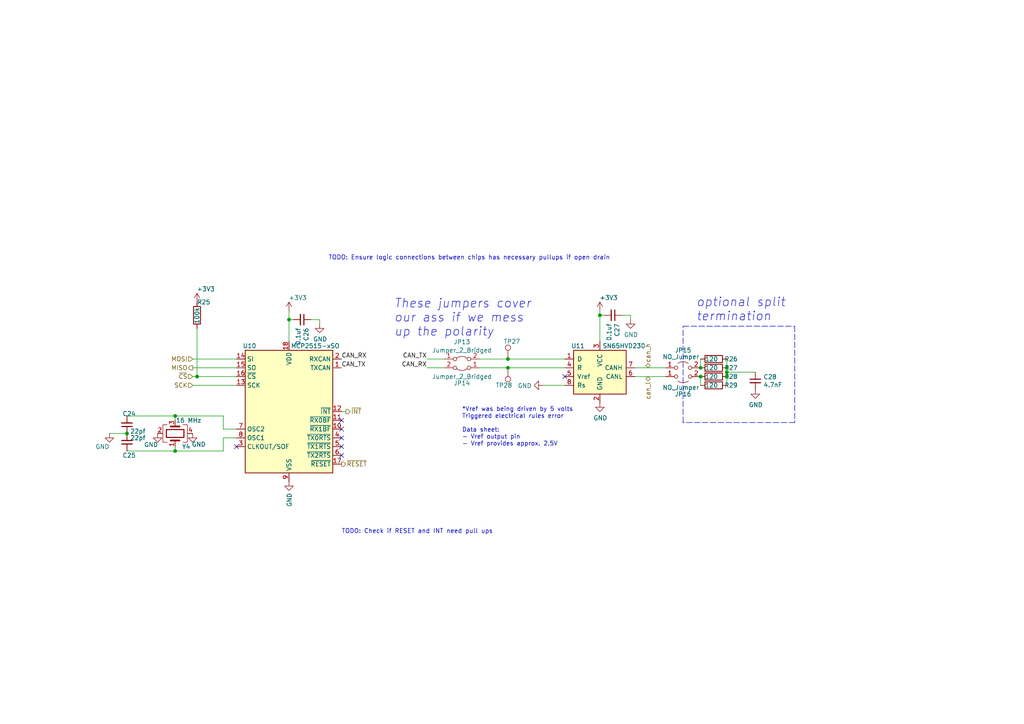
<source format=kicad_sch>
(kicad_sch (version 20211123) (generator eeschema)

  (uuid eb473bfd-fc2d-4cf0-8714-6b7dd95b0a03)

  (paper "A4")

  (lib_symbols
    (symbol "Connector:TestPoint" (pin_numbers hide) (pin_names (offset 0.762) hide) (in_bom yes) (on_board yes)
      (property "Reference" "TP" (id 0) (at 0 6.858 0)
        (effects (font (size 1.27 1.27)))
      )
      (property "Value" "TestPoint" (id 1) (at 0 5.08 0)
        (effects (font (size 1.27 1.27)))
      )
      (property "Footprint" "" (id 2) (at 5.08 0 0)
        (effects (font (size 1.27 1.27)) hide)
      )
      (property "Datasheet" "~" (id 3) (at 5.08 0 0)
        (effects (font (size 1.27 1.27)) hide)
      )
      (property "ki_keywords" "test point tp" (id 4) (at 0 0 0)
        (effects (font (size 1.27 1.27)) hide)
      )
      (property "ki_description" "test point" (id 5) (at 0 0 0)
        (effects (font (size 1.27 1.27)) hide)
      )
      (property "ki_fp_filters" "Pin* Test*" (id 6) (at 0 0 0)
        (effects (font (size 1.27 1.27)) hide)
      )
      (symbol "TestPoint_0_1"
        (circle (center 0 3.302) (radius 0.762)
          (stroke (width 0) (type default) (color 0 0 0 0))
          (fill (type none))
        )
      )
      (symbol "TestPoint_1_1"
        (pin passive line (at 0 0 90) (length 2.54)
          (name "1" (effects (font (size 1.27 1.27))))
          (number "1" (effects (font (size 1.27 1.27))))
        )
      )
    )
    (symbol "Device:C_Small" (pin_numbers hide) (pin_names (offset 0.254) hide) (in_bom yes) (on_board yes)
      (property "Reference" "C" (id 0) (at 0.254 1.778 0)
        (effects (font (size 1.27 1.27)) (justify left))
      )
      (property "Value" "C_Small" (id 1) (at 0.254 -2.032 0)
        (effects (font (size 1.27 1.27)) (justify left))
      )
      (property "Footprint" "" (id 2) (at 0 0 0)
        (effects (font (size 1.27 1.27)) hide)
      )
      (property "Datasheet" "~" (id 3) (at 0 0 0)
        (effects (font (size 1.27 1.27)) hide)
      )
      (property "ki_keywords" "capacitor cap" (id 4) (at 0 0 0)
        (effects (font (size 1.27 1.27)) hide)
      )
      (property "ki_description" "Unpolarized capacitor, small symbol" (id 5) (at 0 0 0)
        (effects (font (size 1.27 1.27)) hide)
      )
      (property "ki_fp_filters" "C_*" (id 6) (at 0 0 0)
        (effects (font (size 1.27 1.27)) hide)
      )
      (symbol "C_Small_0_1"
        (polyline
          (pts
            (xy -1.524 -0.508)
            (xy 1.524 -0.508)
          )
          (stroke (width 0.3302) (type default) (color 0 0 0 0))
          (fill (type none))
        )
        (polyline
          (pts
            (xy -1.524 0.508)
            (xy 1.524 0.508)
          )
          (stroke (width 0.3048) (type default) (color 0 0 0 0))
          (fill (type none))
        )
      )
      (symbol "C_Small_1_1"
        (pin passive line (at 0 2.54 270) (length 2.032)
          (name "~" (effects (font (size 1.27 1.27))))
          (number "1" (effects (font (size 1.27 1.27))))
        )
        (pin passive line (at 0 -2.54 90) (length 2.032)
          (name "~" (effects (font (size 1.27 1.27))))
          (number "2" (effects (font (size 1.27 1.27))))
        )
      )
    )
    (symbol "Device:Crystal_GND24" (pin_names (offset 1.016) hide) (in_bom yes) (on_board yes)
      (property "Reference" "Y" (id 0) (at 3.175 5.08 0)
        (effects (font (size 1.27 1.27)) (justify left))
      )
      (property "Value" "Crystal_GND24" (id 1) (at 3.175 3.175 0)
        (effects (font (size 1.27 1.27)) (justify left))
      )
      (property "Footprint" "" (id 2) (at 0 0 0)
        (effects (font (size 1.27 1.27)) hide)
      )
      (property "Datasheet" "~" (id 3) (at 0 0 0)
        (effects (font (size 1.27 1.27)) hide)
      )
      (property "ki_keywords" "quartz ceramic resonator oscillator" (id 4) (at 0 0 0)
        (effects (font (size 1.27 1.27)) hide)
      )
      (property "ki_description" "Four pin crystal, GND on pins 2 and 4" (id 5) (at 0 0 0)
        (effects (font (size 1.27 1.27)) hide)
      )
      (property "ki_fp_filters" "Crystal*" (id 6) (at 0 0 0)
        (effects (font (size 1.27 1.27)) hide)
      )
      (symbol "Crystal_GND24_0_1"
        (rectangle (start -1.143 2.54) (end 1.143 -2.54)
          (stroke (width 0.3048) (type default) (color 0 0 0 0))
          (fill (type none))
        )
        (polyline
          (pts
            (xy -2.54 0)
            (xy -2.032 0)
          )
          (stroke (width 0) (type default) (color 0 0 0 0))
          (fill (type none))
        )
        (polyline
          (pts
            (xy -2.032 -1.27)
            (xy -2.032 1.27)
          )
          (stroke (width 0.508) (type default) (color 0 0 0 0))
          (fill (type none))
        )
        (polyline
          (pts
            (xy 0 -3.81)
            (xy 0 -3.556)
          )
          (stroke (width 0) (type default) (color 0 0 0 0))
          (fill (type none))
        )
        (polyline
          (pts
            (xy 0 3.556)
            (xy 0 3.81)
          )
          (stroke (width 0) (type default) (color 0 0 0 0))
          (fill (type none))
        )
        (polyline
          (pts
            (xy 2.032 -1.27)
            (xy 2.032 1.27)
          )
          (stroke (width 0.508) (type default) (color 0 0 0 0))
          (fill (type none))
        )
        (polyline
          (pts
            (xy 2.032 0)
            (xy 2.54 0)
          )
          (stroke (width 0) (type default) (color 0 0 0 0))
          (fill (type none))
        )
        (polyline
          (pts
            (xy -2.54 -2.286)
            (xy -2.54 -3.556)
            (xy 2.54 -3.556)
            (xy 2.54 -2.286)
          )
          (stroke (width 0) (type default) (color 0 0 0 0))
          (fill (type none))
        )
        (polyline
          (pts
            (xy -2.54 2.286)
            (xy -2.54 3.556)
            (xy 2.54 3.556)
            (xy 2.54 2.286)
          )
          (stroke (width 0) (type default) (color 0 0 0 0))
          (fill (type none))
        )
      )
      (symbol "Crystal_GND24_1_1"
        (pin passive line (at -3.81 0 0) (length 1.27)
          (name "1" (effects (font (size 1.27 1.27))))
          (number "1" (effects (font (size 1.27 1.27))))
        )
        (pin passive line (at 0 5.08 270) (length 1.27)
          (name "2" (effects (font (size 1.27 1.27))))
          (number "2" (effects (font (size 1.27 1.27))))
        )
        (pin passive line (at 3.81 0 180) (length 1.27)
          (name "3" (effects (font (size 1.27 1.27))))
          (number "3" (effects (font (size 1.27 1.27))))
        )
        (pin passive line (at 0 -5.08 90) (length 1.27)
          (name "4" (effects (font (size 1.27 1.27))))
          (number "4" (effects (font (size 1.27 1.27))))
        )
      )
    )
    (symbol "Device:R" (pin_numbers hide) (pin_names (offset 0)) (in_bom yes) (on_board yes)
      (property "Reference" "R" (id 0) (at 2.032 0 90)
        (effects (font (size 1.27 1.27)))
      )
      (property "Value" "R" (id 1) (at 0 0 90)
        (effects (font (size 1.27 1.27)))
      )
      (property "Footprint" "" (id 2) (at -1.778 0 90)
        (effects (font (size 1.27 1.27)) hide)
      )
      (property "Datasheet" "~" (id 3) (at 0 0 0)
        (effects (font (size 1.27 1.27)) hide)
      )
      (property "ki_keywords" "R res resistor" (id 4) (at 0 0 0)
        (effects (font (size 1.27 1.27)) hide)
      )
      (property "ki_description" "Resistor" (id 5) (at 0 0 0)
        (effects (font (size 1.27 1.27)) hide)
      )
      (property "ki_fp_filters" "R_*" (id 6) (at 0 0 0)
        (effects (font (size 1.27 1.27)) hide)
      )
      (symbol "R_0_1"
        (rectangle (start -1.016 -2.54) (end 1.016 2.54)
          (stroke (width 0.254) (type default) (color 0 0 0 0))
          (fill (type none))
        )
      )
      (symbol "R_1_1"
        (pin passive line (at 0 3.81 270) (length 1.27)
          (name "~" (effects (font (size 1.27 1.27))))
          (number "1" (effects (font (size 1.27 1.27))))
        )
        (pin passive line (at 0 -3.81 90) (length 1.27)
          (name "~" (effects (font (size 1.27 1.27))))
          (number "2" (effects (font (size 1.27 1.27))))
        )
      )
    )
    (symbol "Interface_CAN_LIN:MCP2515-xSO" (in_bom yes) (on_board yes)
      (property "Reference" "U" (id 0) (at -10.16 19.685 0)
        (effects (font (size 1.27 1.27)) (justify right))
      )
      (property "Value" "MCP2515-xSO" (id 1) (at 19.05 20.32 0)
        (effects (font (size 1.27 1.27)) (justify right top))
      )
      (property "Footprint" "Package_SO:SOIC-18W_7.5x11.6mm_P1.27mm" (id 2) (at 0 -22.86 0)
        (effects (font (size 1.27 1.27) italic) hide)
      )
      (property "Datasheet" "http://ww1.microchip.com/downloads/en/DeviceDoc/21801e.pdf" (id 3) (at 2.54 -20.32 0)
        (effects (font (size 1.27 1.27)) hide)
      )
      (property "ki_keywords" "CAN Controller SPI" (id 4) (at 0 0 0)
        (effects (font (size 1.27 1.27)) hide)
      )
      (property "ki_description" "Stand-Alone CAN Controller with SPI Interface, SOIC-18" (id 5) (at 0 0 0)
        (effects (font (size 1.27 1.27)) hide)
      )
      (property "ki_fp_filters" "SOIC*7.5x11.6mm*P1.27mm*" (id 6) (at 0 0 0)
        (effects (font (size 1.27 1.27)) hide)
      )
      (symbol "MCP2515-xSO_0_1"
        (rectangle (start -12.7 17.78) (end 12.7 -17.78)
          (stroke (width 0.254) (type default) (color 0 0 0 0))
          (fill (type background))
        )
      )
      (symbol "MCP2515-xSO_1_1"
        (pin output line (at 15.24 12.7 180) (length 2.54)
          (name "TXCAN" (effects (font (size 1.27 1.27))))
          (number "1" (effects (font (size 1.27 1.27))))
        )
        (pin output line (at 15.24 -5.08 180) (length 2.54)
          (name "~{RX1BF}" (effects (font (size 1.27 1.27))))
          (number "10" (effects (font (size 1.27 1.27))))
        )
        (pin output line (at 15.24 -2.54 180) (length 2.54)
          (name "~{RX0BF}" (effects (font (size 1.27 1.27))))
          (number "11" (effects (font (size 1.27 1.27))))
        )
        (pin output line (at 15.24 0 180) (length 2.54)
          (name "~{INT}" (effects (font (size 1.27 1.27))))
          (number "12" (effects (font (size 1.27 1.27))))
        )
        (pin input line (at -15.24 7.62 0) (length 2.54)
          (name "SCK" (effects (font (size 1.27 1.27))))
          (number "13" (effects (font (size 1.27 1.27))))
        )
        (pin input line (at -15.24 15.24 0) (length 2.54)
          (name "SI" (effects (font (size 1.27 1.27))))
          (number "14" (effects (font (size 1.27 1.27))))
        )
        (pin output line (at -15.24 12.7 0) (length 2.54)
          (name "SO" (effects (font (size 1.27 1.27))))
          (number "15" (effects (font (size 1.27 1.27))))
        )
        (pin input line (at -15.24 10.16 0) (length 2.54)
          (name "~{CS}" (effects (font (size 1.27 1.27))))
          (number "16" (effects (font (size 1.27 1.27))))
        )
        (pin input line (at 15.24 -15.24 180) (length 2.54)
          (name "~{RESET}" (effects (font (size 1.27 1.27))))
          (number "17" (effects (font (size 1.27 1.27))))
        )
        (pin power_in line (at 0 20.32 270) (length 2.54)
          (name "VDD" (effects (font (size 1.27 1.27))))
          (number "18" (effects (font (size 1.27 1.27))))
        )
        (pin input line (at 15.24 15.24 180) (length 2.54)
          (name "RXCAN" (effects (font (size 1.27 1.27))))
          (number "2" (effects (font (size 1.27 1.27))))
        )
        (pin output line (at -15.24 -10.16 0) (length 2.54)
          (name "CLKOUT/SOF" (effects (font (size 1.27 1.27))))
          (number "3" (effects (font (size 1.27 1.27))))
        )
        (pin input line (at 15.24 -7.62 180) (length 2.54)
          (name "~{TX0RTS}" (effects (font (size 1.27 1.27))))
          (number "4" (effects (font (size 1.27 1.27))))
        )
        (pin input line (at 15.24 -10.16 180) (length 2.54)
          (name "~{TX1RTS}" (effects (font (size 1.27 1.27))))
          (number "5" (effects (font (size 1.27 1.27))))
        )
        (pin input line (at 15.24 -12.7 180) (length 2.54)
          (name "~{TX2RTS}" (effects (font (size 1.27 1.27))))
          (number "6" (effects (font (size 1.27 1.27))))
        )
        (pin output line (at -15.24 -5.08 0) (length 2.54)
          (name "OSC2" (effects (font (size 1.27 1.27))))
          (number "7" (effects (font (size 1.27 1.27))))
        )
        (pin input line (at -15.24 -7.62 0) (length 2.54)
          (name "OSC1" (effects (font (size 1.27 1.27))))
          (number "8" (effects (font (size 1.27 1.27))))
        )
        (pin power_in line (at 0 -20.32 90) (length 2.54)
          (name "VSS" (effects (font (size 1.27 1.27))))
          (number "9" (effects (font (size 1.27 1.27))))
        )
      )
    )
    (symbol "Interface_CAN_LIN:SN65HVD230" (pin_names (offset 1.016)) (in_bom yes) (on_board yes)
      (property "Reference" "U" (id 0) (at -2.54 10.16 0)
        (effects (font (size 1.27 1.27)) (justify right))
      )
      (property "Value" "SN65HVD230" (id 1) (at -2.54 7.62 0)
        (effects (font (size 1.27 1.27)) (justify right))
      )
      (property "Footprint" "Package_SO:SOIC-8_3.9x4.9mm_P1.27mm" (id 2) (at 0 -12.7 0)
        (effects (font (size 1.27 1.27)) hide)
      )
      (property "Datasheet" "http://www.ti.com/lit/ds/symlink/sn65hvd230.pdf" (id 3) (at -2.54 10.16 0)
        (effects (font (size 1.27 1.27)) hide)
      )
      (property "ki_keywords" "can transeiver ti low-power" (id 4) (at 0 0 0)
        (effects (font (size 1.27 1.27)) hide)
      )
      (property "ki_description" "CAN Bus Transceivers, 3.3V, 1Mbps, Low-Power capabilities, SOIC-8" (id 5) (at 0 0 0)
        (effects (font (size 1.27 1.27)) hide)
      )
      (property "ki_fp_filters" "SOIC*3.9x4.9mm*P1.27mm*" (id 6) (at 0 0 0)
        (effects (font (size 1.27 1.27)) hide)
      )
      (symbol "SN65HVD230_0_1"
        (rectangle (start -7.62 5.08) (end 7.62 -7.62)
          (stroke (width 0.254) (type default) (color 0 0 0 0))
          (fill (type background))
        )
      )
      (symbol "SN65HVD230_1_1"
        (pin input line (at -10.16 2.54 0) (length 2.54)
          (name "D" (effects (font (size 1.27 1.27))))
          (number "1" (effects (font (size 1.27 1.27))))
        )
        (pin power_in line (at 0 -10.16 90) (length 2.54)
          (name "GND" (effects (font (size 1.27 1.27))))
          (number "2" (effects (font (size 1.27 1.27))))
        )
        (pin power_in line (at 0 7.62 270) (length 2.54)
          (name "VCC" (effects (font (size 1.27 1.27))))
          (number "3" (effects (font (size 1.27 1.27))))
        )
        (pin output line (at -10.16 0 0) (length 2.54)
          (name "R" (effects (font (size 1.27 1.27))))
          (number "4" (effects (font (size 1.27 1.27))))
        )
        (pin output line (at -10.16 -2.54 0) (length 2.54)
          (name "Vref" (effects (font (size 1.27 1.27))))
          (number "5" (effects (font (size 1.27 1.27))))
        )
        (pin bidirectional line (at 10.16 -2.54 180) (length 2.54)
          (name "CANL" (effects (font (size 1.27 1.27))))
          (number "6" (effects (font (size 1.27 1.27))))
        )
        (pin bidirectional line (at 10.16 0 180) (length 2.54)
          (name "CANH" (effects (font (size 1.27 1.27))))
          (number "7" (effects (font (size 1.27 1.27))))
        )
        (pin input line (at -10.16 -5.08 0) (length 2.54)
          (name "Rs" (effects (font (size 1.27 1.27))))
          (number "8" (effects (font (size 1.27 1.27))))
        )
      )
    )
    (symbol "Jumper:Jumper_2_Bridged" (pin_names (offset 0) hide) (in_bom yes) (on_board yes)
      (property "Reference" "JP" (id 0) (at 0 1.905 0)
        (effects (font (size 1.27 1.27)))
      )
      (property "Value" "Jumper_2_Bridged" (id 1) (at 0 -2.54 0)
        (effects (font (size 1.27 1.27)))
      )
      (property "Footprint" "" (id 2) (at 0 0 0)
        (effects (font (size 1.27 1.27)) hide)
      )
      (property "Datasheet" "~" (id 3) (at 0 0 0)
        (effects (font (size 1.27 1.27)) hide)
      )
      (property "ki_keywords" "Jumper SPST" (id 4) (at 0 0 0)
        (effects (font (size 1.27 1.27)) hide)
      )
      (property "ki_description" "Jumper, 2-pole, closed/bridged" (id 5) (at 0 0 0)
        (effects (font (size 1.27 1.27)) hide)
      )
      (property "ki_fp_filters" "Jumper* TestPoint*2Pads* TestPoint*Bridge*" (id 6) (at 0 0 0)
        (effects (font (size 1.27 1.27)) hide)
      )
      (symbol "Jumper_2_Bridged_0_0"
        (circle (center -2.032 0) (radius 0.508)
          (stroke (width 0) (type default) (color 0 0 0 0))
          (fill (type none))
        )
        (circle (center 2.032 0) (radius 0.508)
          (stroke (width 0) (type default) (color 0 0 0 0))
          (fill (type none))
        )
      )
      (symbol "Jumper_2_Bridged_0_1"
        (arc (start 1.524 0.254) (mid 0 0.762) (end -1.524 0.254)
          (stroke (width 0) (type default) (color 0 0 0 0))
          (fill (type none))
        )
      )
      (symbol "Jumper_2_Bridged_1_1"
        (pin passive line (at -5.08 0 0) (length 2.54)
          (name "A" (effects (font (size 1.27 1.27))))
          (number "1" (effects (font (size 1.27 1.27))))
        )
        (pin passive line (at 5.08 0 180) (length 2.54)
          (name "B" (effects (font (size 1.27 1.27))))
          (number "2" (effects (font (size 1.27 1.27))))
        )
      )
    )
    (symbol "Jumper:Jumper_2_Open" (pin_names (offset 0) hide) (in_bom yes) (on_board yes)
      (property "Reference" "JP" (id 0) (at 0 2.794 0)
        (effects (font (size 1.27 1.27)))
      )
      (property "Value" "Jumper_2_Open" (id 1) (at 0 -2.286 0)
        (effects (font (size 1.27 1.27)))
      )
      (property "Footprint" "" (id 2) (at 0 0 0)
        (effects (font (size 1.27 1.27)) hide)
      )
      (property "Datasheet" "~" (id 3) (at 0 0 0)
        (effects (font (size 1.27 1.27)) hide)
      )
      (property "ki_keywords" "Jumper SPST" (id 4) (at 0 0 0)
        (effects (font (size 1.27 1.27)) hide)
      )
      (property "ki_description" "Jumper, 2-pole, open" (id 5) (at 0 0 0)
        (effects (font (size 1.27 1.27)) hide)
      )
      (property "ki_fp_filters" "Jumper* TestPoint*2Pads* TestPoint*Bridge*" (id 6) (at 0 0 0)
        (effects (font (size 1.27 1.27)) hide)
      )
      (symbol "Jumper_2_Open_0_0"
        (circle (center -2.032 0) (radius 0.508)
          (stroke (width 0) (type default) (color 0 0 0 0))
          (fill (type none))
        )
        (circle (center 2.032 0) (radius 0.508)
          (stroke (width 0) (type default) (color 0 0 0 0))
          (fill (type none))
        )
      )
      (symbol "Jumper_2_Open_0_1"
        (arc (start 1.524 1.27) (mid 0 1.778) (end -1.524 1.27)
          (stroke (width 0) (type default) (color 0 0 0 0))
          (fill (type none))
        )
      )
      (symbol "Jumper_2_Open_1_1"
        (pin passive line (at -5.08 0 0) (length 2.54)
          (name "A" (effects (font (size 1.27 1.27))))
          (number "1" (effects (font (size 1.27 1.27))))
        )
        (pin passive line (at 5.08 0 180) (length 2.54)
          (name "B" (effects (font (size 1.27 1.27))))
          (number "2" (effects (font (size 1.27 1.27))))
        )
      )
    )
    (symbol "power:+3.3V" (power) (pin_names (offset 0)) (in_bom yes) (on_board yes)
      (property "Reference" "#PWR" (id 0) (at 0 -3.81 0)
        (effects (font (size 1.27 1.27)) hide)
      )
      (property "Value" "+3.3V" (id 1) (at 0 3.556 0)
        (effects (font (size 1.27 1.27)))
      )
      (property "Footprint" "" (id 2) (at 0 0 0)
        (effects (font (size 1.27 1.27)) hide)
      )
      (property "Datasheet" "" (id 3) (at 0 0 0)
        (effects (font (size 1.27 1.27)) hide)
      )
      (property "ki_keywords" "power-flag" (id 4) (at 0 0 0)
        (effects (font (size 1.27 1.27)) hide)
      )
      (property "ki_description" "Power symbol creates a global label with name \"+3.3V\"" (id 5) (at 0 0 0)
        (effects (font (size 1.27 1.27)) hide)
      )
      (symbol "+3.3V_0_1"
        (polyline
          (pts
            (xy -0.762 1.27)
            (xy 0 2.54)
          )
          (stroke (width 0) (type default) (color 0 0 0 0))
          (fill (type none))
        )
        (polyline
          (pts
            (xy 0 0)
            (xy 0 2.54)
          )
          (stroke (width 0) (type default) (color 0 0 0 0))
          (fill (type none))
        )
        (polyline
          (pts
            (xy 0 2.54)
            (xy 0.762 1.27)
          )
          (stroke (width 0) (type default) (color 0 0 0 0))
          (fill (type none))
        )
      )
      (symbol "+3.3V_1_1"
        (pin power_in line (at 0 0 90) (length 0) hide
          (name "+3V3" (effects (font (size 1.27 1.27))))
          (number "1" (effects (font (size 1.27 1.27))))
        )
      )
    )
    (symbol "power:GND" (power) (pin_names (offset 0)) (in_bom yes) (on_board yes)
      (property "Reference" "#PWR" (id 0) (at 0 -6.35 0)
        (effects (font (size 1.27 1.27)) hide)
      )
      (property "Value" "GND" (id 1) (at 0 -3.81 0)
        (effects (font (size 1.27 1.27)))
      )
      (property "Footprint" "" (id 2) (at 0 0 0)
        (effects (font (size 1.27 1.27)) hide)
      )
      (property "Datasheet" "" (id 3) (at 0 0 0)
        (effects (font (size 1.27 1.27)) hide)
      )
      (property "ki_keywords" "power-flag" (id 4) (at 0 0 0)
        (effects (font (size 1.27 1.27)) hide)
      )
      (property "ki_description" "Power symbol creates a global label with name \"GND\" , ground" (id 5) (at 0 0 0)
        (effects (font (size 1.27 1.27)) hide)
      )
      (symbol "GND_0_1"
        (polyline
          (pts
            (xy 0 0)
            (xy 0 -1.27)
            (xy 1.27 -1.27)
            (xy 0 -2.54)
            (xy -1.27 -1.27)
            (xy 0 -1.27)
          )
          (stroke (width 0) (type default) (color 0 0 0 0))
          (fill (type none))
        )
      )
      (symbol "GND_1_1"
        (pin power_in line (at 0 0 270) (length 0) hide
          (name "GND" (effects (font (size 1.27 1.27))))
          (number "1" (effects (font (size 1.27 1.27))))
        )
      )
    )
  )

  (junction (at 210.82 109.22) (diameter 0) (color 0 0 0 0)
    (uuid 1732b93f-cd0e-4ca4-a905-bb406354ca33)
  )
  (junction (at 36.83 125.73) (diameter 0) (color 0 0 0 0)
    (uuid 1bf7d0f9-0dcf-4d7c-b58c-318e3dc42bc9)
  )
  (junction (at 210.82 106.68) (diameter 0) (color 0 0 0 0)
    (uuid 2f0570b6-86da-47a8-9e56-ce60c431c534)
  )
  (junction (at 50.8 120.65) (diameter 0) (color 0 0 0 0)
    (uuid 4ce9470f-5633-41bf-89ac-74a810939893)
  )
  (junction (at 50.8 130.81) (diameter 0) (color 0 0 0 0)
    (uuid 51cc007a-3378-4ce3-909c-71e94822f8d1)
  )
  (junction (at 83.82 92.71) (diameter 0) (color 0 0 0 0)
    (uuid 57f248a7-365e-4c42-b80d-5a7d1f9dfaf3)
  )
  (junction (at 210.82 107.95) (diameter 0) (color 0 0 0 0)
    (uuid 58126faf-01a4-4f91-8e8c-ca9e47b48048)
  )
  (junction (at 147.32 104.14) (diameter 0) (color 0 0 0 0)
    (uuid 58cc7831-f944-4d33-8c61-2fd5bebc61e0)
  )
  (junction (at 203.2 106.68) (diameter 0) (color 0 0 0 0)
    (uuid 6f1beb86-67e1-46bf-8c2b-6d1e1485d5c0)
  )
  (junction (at 147.32 106.68) (diameter 0) (color 0 0 0 0)
    (uuid 92a23ed4-a5ea-4cea-bc33-0a83191a0d32)
  )
  (junction (at 203.2 109.22) (diameter 0) (color 0 0 0 0)
    (uuid c3a69550-c4fa-45d1-9aba-0bba47699cca)
  )
  (junction (at 57.15 109.22) (diameter 0) (color 0 0 0 0)
    (uuid c7cd39db-931a-4d86-96b8-57e6b39f58f9)
  )
  (junction (at 173.99 91.44) (diameter 0) (color 0 0 0 0)
    (uuid d18f2428-546f-4066-8ffb-7653303685db)
  )

  (no_connect (at 163.83 109.22) (uuid 2028d85e-9e27-4758-8c0b-559fad072813))
  (no_connect (at 68.58 129.54) (uuid 278a91dc-d57d-4a5c-a045-34b6bd84131f))
  (no_connect (at 99.06 127) (uuid 4641c87c-bffa-41fe-ae77-be3a97a6f797))
  (no_connect (at 99.06 124.46) (uuid 4cc0e615-05a0-4f42-a208-4011ba8ef841))
  (no_connect (at 99.06 121.92) (uuid 98966de3-2364-43d8-a2e0-b03bb9487b03))
  (no_connect (at 99.06 129.54) (uuid da546d77-4b03-4562-8fc6-837fd68e7691))
  (no_connect (at 99.06 132.08) (uuid e2fac877-439c-4da0-af2e-5fdc70f85d42))

  (wire (pts (xy 92.71 93.98) (xy 92.71 92.71))
    (stroke (width 0) (type default) (color 0 0 0 0))
    (uuid 099473f1-6598-46ff-a50f-4c520832170d)
  )
  (wire (pts (xy 55.88 106.68) (xy 68.58 106.68))
    (stroke (width 0) (type default) (color 0 0 0 0))
    (uuid 0fb27e11-fde6-4a25-adbb-e9684771b369)
  )
  (wire (pts (xy 184.15 106.68) (xy 193.04 106.68))
    (stroke (width 0) (type default) (color 0 0 0 0))
    (uuid 165f4d8d-26a9-4cf2-a8d6-9936cd983be4)
  )
  (wire (pts (xy 123.825 106.68) (xy 128.905 106.68))
    (stroke (width 0) (type default) (color 0 0 0 0))
    (uuid 178ae27e-edb9-4ffb-bd13-c0a6dd659606)
  )
  (wire (pts (xy 83.82 90.17) (xy 83.82 92.71))
    (stroke (width 0) (type default) (color 0 0 0 0))
    (uuid 199124ca-dd64-45cf-a063-97cc545cbea7)
  )
  (wire (pts (xy 83.82 92.71) (xy 83.82 99.06))
    (stroke (width 0) (type default) (color 0 0 0 0))
    (uuid 1bd80cf9-f42a-4aee-a408-9dbf4e81e625)
  )
  (wire (pts (xy 50.8 121.92) (xy 50.8 120.65))
    (stroke (width 0) (type default) (color 0 0 0 0))
    (uuid 1cacb878-9da4-41fc-aa80-018bc841e19a)
  )
  (wire (pts (xy 173.99 91.44) (xy 175.26 91.44))
    (stroke (width 0) (type default) (color 0 0 0 0))
    (uuid 1cc5480b-56b7-4379-98e2-ccafc88911a7)
  )
  (wire (pts (xy 210.82 109.22) (xy 210.82 111.76))
    (stroke (width 0) (type default) (color 0 0 0 0))
    (uuid 1d0d5161-c82f-4c77-a9ca-15d017db65d3)
  )
  (wire (pts (xy 57.15 109.22) (xy 68.58 109.22))
    (stroke (width 0) (type default) (color 0 0 0 0))
    (uuid 2102c637-9f11-48f1-aae6-b4139dc22be2)
  )
  (wire (pts (xy 64.77 124.46) (xy 68.58 124.46))
    (stroke (width 0) (type default) (color 0 0 0 0))
    (uuid 247ebffd-2cb6-4379-ba6e-21861fea3913)
  )
  (wire (pts (xy 123.825 104.14) (xy 128.905 104.14))
    (stroke (width 0) (type default) (color 0 0 0 0))
    (uuid 25c663ff-96b6-4263-a06e-d1829409cf73)
  )
  (wire (pts (xy 55.88 104.14) (xy 68.58 104.14))
    (stroke (width 0) (type default) (color 0 0 0 0))
    (uuid 2f3fba7a-cf45-4bd8-9035-07e6fa0b4732)
  )
  (wire (pts (xy 147.32 106.68) (xy 163.83 106.68))
    (stroke (width 0) (type default) (color 0 0 0 0))
    (uuid 34ce7009-187e-4541-a14e-708b3a2903d9)
  )
  (wire (pts (xy 163.83 111.76) (xy 157.48 111.76))
    (stroke (width 0) (type default) (color 0 0 0 0))
    (uuid 3993c707-5291-41b6-83c0-d1c09cb3833a)
  )
  (wire (pts (xy 55.88 109.22) (xy 57.15 109.22))
    (stroke (width 0) (type default) (color 0 0 0 0))
    (uuid 3a1a39fc-8030-4c93-9d9c-d79ba6824099)
  )
  (wire (pts (xy 210.82 104.14) (xy 210.82 106.68))
    (stroke (width 0) (type default) (color 0 0 0 0))
    (uuid 3fa05934-8ad1-40a9-af5c-98ad298eb412)
  )
  (wire (pts (xy 210.82 107.95) (xy 210.82 109.22))
    (stroke (width 0) (type default) (color 0 0 0 0))
    (uuid 44b926bf-8bdd-4191-846d-2dfabab2cecb)
  )
  (polyline (pts (xy 230.505 94.615) (xy 230.505 122.555))
    (stroke (width 0) (type default) (color 0 0 0 0))
    (uuid 49488c82-6277-4d05-a051-6a9df142c373)
  )

  (wire (pts (xy 50.8 130.81) (xy 64.77 130.81))
    (stroke (width 0) (type default) (color 0 0 0 0))
    (uuid 5576cd03-3bad-40c5-9316-1d286895d52a)
  )
  (wire (pts (xy 203.2 109.22) (xy 203.2 111.76))
    (stroke (width 0) (type default) (color 0 0 0 0))
    (uuid 7ca71fec-e7f1-454f-9196-b80d15925fff)
  )
  (wire (pts (xy 64.77 130.81) (xy 64.77 127))
    (stroke (width 0) (type default) (color 0 0 0 0))
    (uuid 83184391-76ed-44f0-8cd0-01f89f157bdb)
  )
  (wire (pts (xy 182.88 91.44) (xy 180.34 91.44))
    (stroke (width 0) (type default) (color 0 0 0 0))
    (uuid 851f3d61-ba3b-4e6e-abd4-cafa4d9b64cb)
  )
  (wire (pts (xy 184.15 109.22) (xy 193.04 109.22))
    (stroke (width 0) (type default) (color 0 0 0 0))
    (uuid 8e697b96-cf4c-43ef-b321-8c2422b088bf)
  )
  (wire (pts (xy 31.75 125.73) (xy 36.83 125.73))
    (stroke (width 0) (type default) (color 0 0 0 0))
    (uuid 9208ea78-8dde-4b3d-91e9-5755ab5efd9a)
  )
  (wire (pts (xy 64.77 120.65) (xy 64.77 124.46))
    (stroke (width 0) (type default) (color 0 0 0 0))
    (uuid 94d24676-7ae3-483c-8bd6-88d31adf00b4)
  )
  (wire (pts (xy 36.83 130.81) (xy 50.8 130.81))
    (stroke (width 0) (type default) (color 0 0 0 0))
    (uuid 966ee9ec-860e-45bb-af89-30bda72b2032)
  )
  (wire (pts (xy 50.8 129.54) (xy 50.8 130.81))
    (stroke (width 0) (type default) (color 0 0 0 0))
    (uuid 96ef76a5-90c3-4767-98ba-2b61887e28d3)
  )
  (wire (pts (xy 182.88 92.71) (xy 182.88 91.44))
    (stroke (width 0) (type default) (color 0 0 0 0))
    (uuid 9a8ad8bb-d9a9-4b2b-bc88-ea6fd2676d45)
  )
  (wire (pts (xy 147.32 106.68) (xy 139.065 106.68))
    (stroke (width 0) (type default) (color 0 0 0 0))
    (uuid 9de304ba-fba7-4896-b969-9d87a3522d74)
  )
  (wire (pts (xy 210.82 107.95) (xy 219.075 107.95))
    (stroke (width 0) (type default) (color 0 0 0 0))
    (uuid 9e136ac4-5d28-4814-9ebf-c30c372bc2ec)
  )
  (wire (pts (xy 147.32 104.14) (xy 163.83 104.14))
    (stroke (width 0) (type default) (color 0 0 0 0))
    (uuid a0d52767-051a-423c-a600-928281f27952)
  )
  (wire (pts (xy 173.99 90.17) (xy 173.99 91.44))
    (stroke (width 0) (type default) (color 0 0 0 0))
    (uuid a5362821-c161-4c7a-a00c-40e1d7472d56)
  )
  (wire (pts (xy 57.15 95.25) (xy 57.15 109.22))
    (stroke (width 0) (type default) (color 0 0 0 0))
    (uuid a686ed7c-c2d1-4d29-9d54-727faf9fd6bf)
  )
  (wire (pts (xy 50.8 120.65) (xy 64.77 120.65))
    (stroke (width 0) (type default) (color 0 0 0 0))
    (uuid aa23bfe3-454b-4a2b-bfe1-101c747eb84e)
  )
  (wire (pts (xy 55.88 111.76) (xy 68.58 111.76))
    (stroke (width 0) (type default) (color 0 0 0 0))
    (uuid b2b363dd-8e47-4a76-a142-e00e28334875)
  )
  (wire (pts (xy 203.2 104.14) (xy 203.2 106.68))
    (stroke (width 0) (type default) (color 0 0 0 0))
    (uuid b7b00984-6ab1-482e-b4b4-67cac44d44da)
  )
  (polyline (pts (xy 198.12 94.615) (xy 230.505 94.615))
    (stroke (width 0) (type default) (color 0 0 0 0))
    (uuid be5a7017-fe9d-43ea-9a6a-8fe8deb78420)
  )
  (polyline (pts (xy 230.505 122.555) (xy 198.12 122.555))
    (stroke (width 0) (type default) (color 0 0 0 0))
    (uuid c20aea50-e9e4-4978-b938-d613d445aab7)
  )

  (wire (pts (xy 85.09 92.71) (xy 83.82 92.71))
    (stroke (width 0) (type default) (color 0 0 0 0))
    (uuid c346b00c-b5e0-4939-beb4-7f48172ef334)
  )
  (wire (pts (xy 173.99 91.44) (xy 173.99 99.06))
    (stroke (width 0) (type default) (color 0 0 0 0))
    (uuid ca6e2466-a90a-4dab-be16-b070610e5087)
  )
  (wire (pts (xy 92.71 92.71) (xy 90.17 92.71))
    (stroke (width 0) (type default) (color 0 0 0 0))
    (uuid ca9b74ce-0dee-401c-9544-f599f4cf538d)
  )
  (wire (pts (xy 99.06 119.38) (xy 100.33 119.38))
    (stroke (width 0) (type default) (color 0 0 0 0))
    (uuid d767f2ff-12ec-4778-96cb-3fdd7a473d60)
  )
  (wire (pts (xy 64.77 127) (xy 68.58 127))
    (stroke (width 0) (type default) (color 0 0 0 0))
    (uuid db6412d3-e6c3-4bdd-abf4-a8f55d56df31)
  )
  (polyline (pts (xy 198.12 122.555) (xy 198.12 94.615))
    (stroke (width 0) (type default) (color 0 0 0 0))
    (uuid e0d7c1d9-102e-4758-a8b7-ff248f1ce315)
  )

  (wire (pts (xy 36.83 120.65) (xy 50.8 120.65))
    (stroke (width 0) (type default) (color 0 0 0 0))
    (uuid e45aa7d8-0254-4176-afd9-766820762e19)
  )
  (wire (pts (xy 139.065 104.14) (xy 147.32 104.14))
    (stroke (width 0) (type default) (color 0 0 0 0))
    (uuid f203116d-f256-4611-a03e-9536bbedaf2f)
  )
  (wire (pts (xy 210.82 106.68) (xy 210.82 107.95))
    (stroke (width 0) (type default) (color 0 0 0 0))
    (uuid f4117d3e-819d-4d33-bf85-69e28ba32fe5)
  )

  (text "TODO: Check if RESET and INT need pull ups\n" (at 99.06 154.94 0)
    (effects (font (size 1.27 1.27)) (justify left bottom))
    (uuid 268b1b1d-a7ef-4361-bb4d-4e97a95ae5d5)
  )
  (text "optional split \ntermination" (at 201.93 93.345 0)
    (effects (font (size 2.54 2.54) italic) (justify left bottom))
    (uuid 5eb16f0d-ef1e-4549-97a1-19cd06ad7236)
  )
  (text "TODO: Ensure logic connections between chips has necessary pullups if open drain"
    (at 95.25 75.565 0)
    (effects (font (size 1.27 1.27)) (justify left bottom))
    (uuid 94a10cae-6ef2-4b64-9d98-fb22aa3306cc)
  )
  (text "These jumpers cover \nour ass if we mess \nup the polarity"
    (at 114.3 97.79 0)
    (effects (font (size 2.54 2.54) italic) (justify left bottom))
    (uuid 9cacb6ad-6bbf-4ffe-b0a4-2df24045e046)
  )
  (text "*Vref was being driven by 5 volts\nTriggered electrical rules error\n\nData sheet:\n- Vref output pin\n- Vref provides approx. 2.5V\n"
    (at 133.985 129.54 0)
    (effects (font (size 1.2446 1.2446)) (justify left bottom))
    (uuid a48f5fff-52e4-4ae8-8faa-7084c7ae8a28)
  )

  (label "CAN_RX" (at 99.06 104.14 0)
    (effects (font (size 1.27 1.27)) (justify left bottom))
    (uuid 0ba17a9b-d889-426c-b4fe-048bed6b6be8)
  )
  (label "CAN_RX" (at 123.825 106.68 180)
    (effects (font (size 1.27 1.27)) (justify right bottom))
    (uuid 761c8e29-382a-475c-a37a-7201cc9cd0f5)
  )
  (label "CAN_TX" (at 99.06 106.68 0)
    (effects (font (size 1.27 1.27)) (justify left bottom))
    (uuid e50c80c5-80c4-46a3-8c1e-c9c3a71a0934)
  )
  (label "CAN_TX" (at 123.825 104.14 180)
    (effects (font (size 1.27 1.27)) (justify right bottom))
    (uuid f33ec0db-ef0f-4576-8054-2833161a8f30)
  )

  (hierarchical_label "MOSI" (shape input) (at 55.88 104.14 180)
    (effects (font (size 1.27 1.27)) (justify right))
    (uuid 0554bea0-89b2-4e25-9ea3-4c73921c94cb)
  )
  (hierarchical_label "SCK" (shape input) (at 55.88 111.76 180)
    (effects (font (size 1.27 1.27)) (justify right))
    (uuid 29126f72-63f7-4275-8b12-6b96a71c6f17)
  )
  (hierarchical_label "~{RESET}" (shape output) (at 99.06 134.62 0)
    (effects (font (size 1.27 1.27)) (justify left))
    (uuid 2ea8fa6f-efc3-40fe-bcf9-05bfa46ead4f)
  )
  (hierarchical_label "MISO" (shape output) (at 55.88 106.68 180)
    (effects (font (size 1.27 1.27)) (justify right))
    (uuid 8d063f79-9282-4820-bcf4-1ff3c006cf08)
  )
  (hierarchical_label "~{INT}" (shape output) (at 100.33 119.38 0)
    (effects (font (size 1.27 1.27)) (justify left))
    (uuid 9da1ace0-4181-4f12-80f8-16786a9e5c07)
  )
  (hierarchical_label "~{CS}" (shape input) (at 55.88 109.22 180)
    (effects (font (size 1.27 1.27)) (justify right))
    (uuid af186015-d283-4209-aade-a247e5de01df)
  )
  (hierarchical_label "can_l" (shape bidirectional) (at 187.96 109.22 270)
    (effects (font (size 1.27 1.27)) (justify right))
    (uuid fa20e708-ec85-4e0b-8402-f74a2724f920)
  )
  (hierarchical_label "can_h" (shape bidirectional) (at 187.96 106.68 90)
    (effects (font (size 1.27 1.27)) (justify left))
    (uuid fb35e3b1-aff6-41a7-9cf0-52694b95edeb)
  )

  (symbol (lib_id "Device:C_Small") (at 177.8 91.44 270)
    (in_bom yes) (on_board yes)
    (uuid 00000000-0000-0000-0000-00005d356913)
    (property "Reference" "C27" (id 0) (at 178.9684 93.7768 0)
      (effects (font (size 1.27 1.27)) (justify left))
    )
    (property "Value" "0.1uf" (id 1) (at 176.657 93.7768 0)
      (effects (font (size 1.27 1.27)) (justify left))
    )
    (property "Footprint" "Capacitor_SMD:C_0603_1608Metric_Pad1.08x0.95mm_HandSolder" (id 2) (at 177.8 91.44 0)
      (effects (font (size 1.27 1.27)) hide)
    )
    (property "Datasheet" "~" (id 3) (at 177.8 91.44 0)
      (effects (font (size 1.27 1.27)) hide)
    )
    (property "Manufacturer" "." (id 4) (at 161.29 82.55 90)
      (effects (font (size 1.524 1.524)) hide)
    )
    (property "Part Number" "." (id 5) (at 161.29 82.55 90)
      (effects (font (size 1.524 1.524)) hide)
    )
    (property "Description" "CAP CER 0.1UF 25V X7R 0603" (id 6) (at 161.29 82.55 90)
      (effects (font (size 1.524 1.524)) hide)
    )
    (property "Package" "0603" (id 7) (at 161.29 82.55 90)
      (effects (font (size 1.524 1.524)) hide)
    )
    (pin "1" (uuid b31b8dc0-cf0b-4915-931d-ffb0aac6e405))
    (pin "2" (uuid 2ee5a3ab-5ab1-4487-91a1-9d7939fb15f5))
  )

  (symbol (lib_id "power:GND") (at 173.99 116.84 0)
    (in_bom yes) (on_board yes)
    (uuid 00000000-0000-0000-0000-00006036e4bd)
    (property "Reference" "#PWR087" (id 0) (at 173.99 123.19 0)
      (effects (font (size 1.27 1.27)) hide)
    )
    (property "Value" "GND" (id 1) (at 174.117 121.2342 0))
    (property "Footprint" "" (id 2) (at 173.99 116.84 0)
      (effects (font (size 1.27 1.27)) hide)
    )
    (property "Datasheet" "" (id 3) (at 173.99 116.84 0)
      (effects (font (size 1.27 1.27)) hide)
    )
    (pin "1" (uuid 7681789a-54ff-407c-927c-10c8a7b5fa79))
  )

  (symbol (lib_id "power:GND") (at 182.88 92.71 0)
    (in_bom yes) (on_board yes)
    (uuid 00000000-0000-0000-0000-00006036e9cd)
    (property "Reference" "#PWR088" (id 0) (at 182.88 99.06 0)
      (effects (font (size 1.27 1.27)) hide)
    )
    (property "Value" "GND" (id 1) (at 183.007 97.1042 0))
    (property "Footprint" "" (id 2) (at 182.88 92.71 0)
      (effects (font (size 1.27 1.27)) hide)
    )
    (property "Datasheet" "" (id 3) (at 182.88 92.71 0)
      (effects (font (size 1.27 1.27)) hide)
    )
    (pin "1" (uuid 28dec85b-dddd-4f1e-8d17-eb3b2655c468))
  )

  (symbol (lib_id "power:GND") (at 157.48 111.76 270)
    (in_bom yes) (on_board yes)
    (uuid 00000000-0000-0000-0000-00006037a558)
    (property "Reference" "#PWR085" (id 0) (at 151.13 111.76 0)
      (effects (font (size 1.27 1.27)) hide)
    )
    (property "Value" "GND" (id 1) (at 154.2288 111.887 90)
      (effects (font (size 1.27 1.27)) (justify right))
    )
    (property "Footprint" "" (id 2) (at 157.48 111.76 0)
      (effects (font (size 1.27 1.27)) hide)
    )
    (property "Datasheet" "" (id 3) (at 157.48 111.76 0)
      (effects (font (size 1.27 1.27)) hide)
    )
    (pin "1" (uuid c71700fb-05a0-42b4-808d-464af8cb8f7b))
  )

  (symbol (lib_id "Interface_CAN_LIN:MCP2515-xSO") (at 83.82 119.38 0)
    (in_bom yes) (on_board yes)
    (uuid 00000000-0000-0000-0000-000060ed98c6)
    (property "Reference" "U10" (id 0) (at 72.39 100.33 0))
    (property "Value" "MCP2515-xSO" (id 1) (at 91.44 100.33 0))
    (property "Footprint" "Package_SO:SOIC-18W_7.5x11.6mm_P1.27mm" (id 2) (at 83.82 142.24 0)
      (effects (font (size 1.27 1.27) italic) hide)
    )
    (property "Datasheet" "https://datasheet.lcsc.com/lcsc/1806140324_Microchip-Tech-MCP2515T-I-SO_C153782.pdf" (id 3) (at 86.36 139.7 0)
      (effects (font (size 1.27 1.27)) hide)
    )
    (property "Manufacturer" "Microchip Tech" (id 4) (at 83.82 119.38 0)
      (effects (font (size 1.27 1.27)) hide)
    )
    (property "Part Number" "MCP2515T-I/SO" (id 5) (at 83.82 119.38 0)
      (effects (font (size 1.27 1.27)) hide)
    )
    (property "Description" "Controller CAN SOIC-18 CAN ICs RoHS" (id 6) (at 83.82 119.38 0)
      (effects (font (size 1.27 1.27)) hide)
    )
    (property "Package" "SOIC-18" (id 7) (at 83.82 119.38 0)
      (effects (font (size 1.27 1.27)) hide)
    )
    (pin "1" (uuid 6220dc48-361a-4674-830a-01b53a5ea7e9))
    (pin "10" (uuid ddac6a0f-a566-4c18-bfd1-60433568d7e2))
    (pin "11" (uuid 95f23959-3be6-4713-9a0a-ab083f42d815))
    (pin "12" (uuid 6d4ff248-d460-468b-858e-feb37f2c9c9e))
    (pin "13" (uuid 87af91c5-4bdd-4bc6-8722-3516d859d28a))
    (pin "14" (uuid 31c91d01-d3ff-4824-abd4-f18d29ab9ce9))
    (pin "15" (uuid 54cc422b-9d48-4e49-88e6-9d04fb46edf4))
    (pin "16" (uuid b5bc826a-1504-4d26-a138-ddec82e63711))
    (pin "17" (uuid bc9a88eb-7ad1-4d7a-9610-a5093eafc3bd))
    (pin "18" (uuid 111bd023-77ee-4085-90b5-297628784c51))
    (pin "2" (uuid 13e006e9-2abf-4969-a8ad-099016bdcf77))
    (pin "3" (uuid f46ae320-bf1a-40d5-b9fc-8b14d79bf6a3))
    (pin "4" (uuid 05e9a005-385e-4ec8-868c-683ada711aeb))
    (pin "5" (uuid c5e67326-3b3f-4590-bfe1-a3e5d4fc6b11))
    (pin "6" (uuid 87d89591-6037-4506-a1b8-e3e3842eb4c7))
    (pin "7" (uuid 103e60d5-bf55-4d70-98fe-58775b093897))
    (pin "8" (uuid 0e45303a-92c1-423a-a8ff-8151274e1765))
    (pin "9" (uuid 51bba3cb-b534-4e41-85d0-cf8057d5060b))
  )

  (symbol (lib_id "Interface_CAN_LIN:SN65HVD230") (at 173.99 106.68 0)
    (in_bom yes) (on_board yes)
    (uuid 00000000-0000-0000-0000-000060edc5b0)
    (property "Reference" "U11" (id 0) (at 167.64 100.33 0))
    (property "Value" "SN65HVD230" (id 1) (at 180.975 100.33 0))
    (property "Footprint" "Package_SO:SOIC-8_3.9x4.9mm_P1.27mm" (id 2) (at 173.99 119.38 0)
      (effects (font (size 1.27 1.27)) hide)
    )
    (property "Datasheet" "http://www.ti.com/lit/ds/symlink/sn65hvd230.pdf" (id 3) (at 171.45 96.52 0)
      (effects (font (size 1.27 1.27)) hide)
    )
    (property "Manufacturer" "Texas Instruments" (id 4) (at 173.99 106.68 0)
      (effects (font (size 1.27 1.27)) hide)
    )
    (property "Part Number" "SN65HVD230DR" (id 5) (at 173.99 106.68 0)
      (effects (font (size 1.27 1.27)) hide)
    )
    (property "Description" "Transceiver CAN 1/1 1Mbps SOIC-8_150mil CAN ICs RoHS" (id 6) (at 173.99 106.68 0)
      (effects (font (size 1.27 1.27)) hide)
    )
    (property "Package" "SOIC-8" (id 7) (at 173.99 106.68 0)
      (effects (font (size 1.27 1.27)) hide)
    )
    (pin "1" (uuid 07d0c243-aa7c-4804-9709-e24835eb7846))
    (pin "2" (uuid 454147d5-dc22-4603-867f-2f1a6cfcd20a))
    (pin "3" (uuid 3c8a500f-f057-4a87-8a59-11d72df1e4dd))
    (pin "4" (uuid f1701cbf-1a89-42d4-b5a1-4c479add2fca))
    (pin "5" (uuid f02b6d36-7f75-431f-9c22-dff5c7ac63db))
    (pin "6" (uuid c3a49482-8270-4666-97b0-2a3d85671d5c))
    (pin "7" (uuid 5c5a4ac6-1a2b-437b-9879-4da244628815))
    (pin "8" (uuid ca5842c7-0e06-48dd-9d53-cf6912fb6c89))
  )

  (symbol (lib_id "Device:Crystal_GND24") (at 50.8 125.73 90)
    (in_bom yes) (on_board yes)
    (uuid 00000000-0000-0000-0000-000060edf2c9)
    (property "Reference" "Y4" (id 0) (at 55.245 129.54 90)
      (effects (font (size 1.27 1.27)) (justify left))
    )
    (property "Value" "16 MHz" (id 1) (at 58.42 121.92 90)
      (effects (font (size 1.27 1.27)) (justify left))
    )
    (property "Footprint" "Crystal:Crystal_SMD_3225-4Pin_3.2x2.5mm_HandSoldering" (id 2) (at 50.8 125.73 0)
      (effects (font (size 1.27 1.27)) hide)
    )
    (property "Datasheet" "https://datasheet.lcsc.com/szlcsc/Yangxing-Tech-X322516MLB4SI_C13738.pdf" (id 3) (at 50.8 125.73 0)
      (effects (font (size 1.27 1.27)) hide)
    )
    (property "Manufacturer" "Yangxing Tech" (id 4) (at 50.8 125.73 0)
      (effects (font (size 1.27 1.27)) hide)
    )
    (property "Part Number" "X322516MLB4SI" (id 5) (at 50.8 125.73 0)
      (effects (font (size 1.27 1.27)) hide)
    )
    (property "Description" "SMD Crystal Resonators 16MHz ±10ppm SMD-3225_4P RoHS" (id 6) (at 50.8 125.73 0)
      (effects (font (size 1.27 1.27)) hide)
    )
    (property "Package" "SMD-3225_4P" (id 7) (at 50.8 125.73 0)
      (effects (font (size 1.27 1.27)) hide)
    )
    (pin "1" (uuid 3b7ed7db-8a4e-49bb-b341-1ad14e6f4124))
    (pin "2" (uuid 00308629-8da9-4087-8dd1-e46e0aaf2a45))
    (pin "3" (uuid 3c085182-dc6a-47f2-ac7b-0da3789e0057))
    (pin "4" (uuid ebf50849-09ff-4774-be5c-551052870add))
  )

  (symbol (lib_id "power:GND") (at 83.82 139.7 0)
    (in_bom yes) (on_board yes)
    (uuid 00000000-0000-0000-0000-000060ee1845)
    (property "Reference" "#PWR083" (id 0) (at 83.82 146.05 0)
      (effects (font (size 1.27 1.27)) hide)
    )
    (property "Value" "GND" (id 1) (at 83.947 142.9512 90)
      (effects (font (size 1.27 1.27)) (justify right))
    )
    (property "Footprint" "" (id 2) (at 83.82 139.7 0)
      (effects (font (size 1.27 1.27)) hide)
    )
    (property "Datasheet" "" (id 3) (at 83.82 139.7 0)
      (effects (font (size 1.27 1.27)) hide)
    )
    (pin "1" (uuid 03046ac1-989e-4c9c-ac4c-aa5c3434018c))
  )

  (symbol (lib_id "power:GND") (at 45.72 125.73 0)
    (in_bom yes) (on_board yes)
    (uuid 00000000-0000-0000-0000-000060ee21d4)
    (property "Reference" "#PWR079" (id 0) (at 45.72 132.08 0)
      (effects (font (size 1.27 1.27)) hide)
    )
    (property "Value" "GND" (id 1) (at 45.847 128.9812 0)
      (effects (font (size 1.27 1.27)) (justify right))
    )
    (property "Footprint" "" (id 2) (at 45.72 125.73 0)
      (effects (font (size 1.27 1.27)) hide)
    )
    (property "Datasheet" "" (id 3) (at 45.72 125.73 0)
      (effects (font (size 1.27 1.27)) hide)
    )
    (pin "1" (uuid 49693641-4499-473f-b005-4324d8fa543f))
  )

  (symbol (lib_id "power:GND") (at 55.88 125.73 0)
    (in_bom yes) (on_board yes)
    (uuid 00000000-0000-0000-0000-000060ee26be)
    (property "Reference" "#PWR080" (id 0) (at 55.88 132.08 0)
      (effects (font (size 1.27 1.27)) hide)
    )
    (property "Value" "GND" (id 1) (at 59.69 128.905 0)
      (effects (font (size 1.27 1.27)) (justify right))
    )
    (property "Footprint" "" (id 2) (at 55.88 125.73 0)
      (effects (font (size 1.27 1.27)) hide)
    )
    (property "Datasheet" "" (id 3) (at 55.88 125.73 0)
      (effects (font (size 1.27 1.27)) hide)
    )
    (pin "1" (uuid ee618e12-8c22-4129-9490-3aa463328577))
  )

  (symbol (lib_id "Device:C_Small") (at 36.83 123.19 180)
    (in_bom yes) (on_board yes)
    (uuid 00000000-0000-0000-0000-000060ee717f)
    (property "Reference" "C24" (id 0) (at 37.465 120.015 0))
    (property "Value" "22pf" (id 1) (at 40.005 125.095 0))
    (property "Footprint" "Capacitor_SMD:C_0603_1608Metric_Pad1.08x0.95mm_HandSolder" (id 2) (at 36.83 123.19 0)
      (effects (font (size 1.27 1.27)) hide)
    )
    (property "Datasheet" "~" (id 3) (at 36.83 123.19 0)
      (effects (font (size 1.27 1.27)) hide)
    )
    (property "Manufacturer" "." (id 4) (at 44.45 111.76 90)
      (effects (font (size 1.524 1.524)) hide)
    )
    (property "Part Number" "." (id 5) (at 44.45 111.76 90)
      (effects (font (size 1.524 1.524)) hide)
    )
    (property "Description" "CAP CER 22PF 25V X7R 0603" (id 6) (at 44.45 111.76 90)
      (effects (font (size 1.524 1.524)) hide)
    )
    (property "Package" "0603" (id 7) (at 44.45 111.76 90)
      (effects (font (size 1.524 1.524)) hide)
    )
    (pin "1" (uuid de73b639-5d1c-445d-81ae-e3ae1d8d98e7))
    (pin "2" (uuid ca13813b-68bd-45de-a84e-11982eb89c05))
  )

  (symbol (lib_id "Device:C_Small") (at 36.83 128.27 180)
    (in_bom yes) (on_board yes)
    (uuid 00000000-0000-0000-0000-000060ee7295)
    (property "Reference" "C25" (id 0) (at 37.465 132.08 0))
    (property "Value" "22pf" (id 1) (at 40.005 127 0))
    (property "Footprint" "Capacitor_SMD:C_0603_1608Metric_Pad1.08x0.95mm_HandSolder" (id 2) (at 36.83 128.27 0)
      (effects (font (size 1.27 1.27)) hide)
    )
    (property "Datasheet" "~" (id 3) (at 36.83 128.27 0)
      (effects (font (size 1.27 1.27)) hide)
    )
    (property "Manufacturer" "." (id 4) (at 44.45 116.84 90)
      (effects (font (size 1.524 1.524)) hide)
    )
    (property "Part Number" "." (id 5) (at 44.45 116.84 90)
      (effects (font (size 1.524 1.524)) hide)
    )
    (property "Description" "CAP CER 22PF 25V X7R 0603" (id 6) (at 44.45 116.84 90)
      (effects (font (size 1.524 1.524)) hide)
    )
    (property "Package" "0603" (id 7) (at 44.45 116.84 90)
      (effects (font (size 1.524 1.524)) hide)
    )
    (pin "1" (uuid fc31b5f2-d327-48b5-a45e-5fe4c6b27e6e))
    (pin "2" (uuid 2bb11fd3-5d98-45e2-abec-e45913115f64))
  )

  (symbol (lib_id "power:GND") (at 31.75 125.73 0)
    (in_bom yes) (on_board yes)
    (uuid 00000000-0000-0000-0000-000060eec37a)
    (property "Reference" "#PWR078" (id 0) (at 31.75 132.08 0)
      (effects (font (size 1.27 1.27)) hide)
    )
    (property "Value" "GND" (id 1) (at 31.75 129.54 0)
      (effects (font (size 1.27 1.27)) (justify right))
    )
    (property "Footprint" "" (id 2) (at 31.75 125.73 0)
      (effects (font (size 1.27 1.27)) hide)
    )
    (property "Datasheet" "" (id 3) (at 31.75 125.73 0)
      (effects (font (size 1.27 1.27)) hide)
    )
    (pin "1" (uuid 35e648d9-560b-4bd4-b3b2-7371a51699f1))
  )

  (symbol (lib_id "Device:C_Small") (at 87.63 92.71 270)
    (in_bom yes) (on_board yes)
    (uuid 00000000-0000-0000-0000-000060ef8b42)
    (property "Reference" "C26" (id 0) (at 88.7984 95.0468 0)
      (effects (font (size 1.27 1.27)) (justify left))
    )
    (property "Value" "0.1uf" (id 1) (at 86.487 95.0468 0)
      (effects (font (size 1.27 1.27)) (justify left))
    )
    (property "Footprint" "Capacitor_SMD:C_0603_1608Metric_Pad1.08x0.95mm_HandSolder" (id 2) (at 87.63 92.71 0)
      (effects (font (size 1.27 1.27)) hide)
    )
    (property "Datasheet" "~" (id 3) (at 87.63 92.71 0)
      (effects (font (size 1.27 1.27)) hide)
    )
    (property "Manufacturer" "." (id 4) (at 71.12 83.82 90)
      (effects (font (size 1.524 1.524)) hide)
    )
    (property "Part Number" "." (id 5) (at 71.12 83.82 90)
      (effects (font (size 1.524 1.524)) hide)
    )
    (property "Description" "CAP CER 0.1UF 25V X7R 0603" (id 6) (at 71.12 83.82 90)
      (effects (font (size 1.524 1.524)) hide)
    )
    (property "Package" "0603" (id 7) (at 71.12 83.82 90)
      (effects (font (size 1.524 1.524)) hide)
    )
    (pin "1" (uuid 1cfbe7b6-760c-4e35-abb2-ac172422579b))
    (pin "2" (uuid b22211aa-dcc0-4787-9c58-40e957161db3))
  )

  (symbol (lib_id "power:GND") (at 92.71 93.98 0)
    (in_bom yes) (on_board yes)
    (uuid 00000000-0000-0000-0000-000060ef8b48)
    (property "Reference" "#PWR084" (id 0) (at 92.71 100.33 0)
      (effects (font (size 1.27 1.27)) hide)
    )
    (property "Value" "GND" (id 1) (at 92.837 98.3742 0))
    (property "Footprint" "" (id 2) (at 92.71 93.98 0)
      (effects (font (size 1.27 1.27)) hide)
    )
    (property "Datasheet" "" (id 3) (at 92.71 93.98 0)
      (effects (font (size 1.27 1.27)) hide)
    )
    (pin "1" (uuid 75f266ff-bb85-4d21-a3f1-6cb779ff37de))
  )

  (symbol (lib_id "Device:R") (at 57.15 91.44 0)
    (in_bom yes) (on_board yes)
    (uuid 00000000-0000-0000-0000-00006100b45a)
    (property "Reference" "R25" (id 0) (at 57.15 87.63 0)
      (effects (font (size 1.27 1.27)) (justify left))
    )
    (property "Value" "100k" (id 1) (at 57.15 93.98 90)
      (effects (font (size 1.27 1.27)) (justify left))
    )
    (property "Footprint" "Resistor_SMD:R_0603_1608Metric_Pad0.98x0.95mm_HandSolder" (id 2) (at 55.372 91.44 90)
      (effects (font (size 1.27 1.27)) hide)
    )
    (property "Datasheet" "~" (id 3) (at 57.15 91.44 0)
      (effects (font (size 1.27 1.27)) hide)
    )
    (pin "1" (uuid c04e7881-a276-4966-a504-4496b304c6df))
    (pin "2" (uuid 9e8ec70e-b6af-4789-ae3d-ea0356982f8c))
  )

  (symbol (lib_id "Connector:TestPoint") (at 147.32 104.14 0)
    (in_bom yes) (on_board yes)
    (uuid 00000000-0000-0000-0000-0000610177b0)
    (property "Reference" "TP27" (id 0) (at 146.05 99.06 0)
      (effects (font (size 1.27 1.27)) (justify left))
    )
    (property "Value" "TestPoint" (id 1) (at 148.7932 103.4542 0)
      (effects (font (size 1.27 1.27)) (justify left) hide)
    )
    (property "Footprint" "TestPoint:TestPoint_THTPad_D1.0mm_Drill0.5mm" (id 2) (at 152.4 104.14 0)
      (effects (font (size 1.27 1.27)) hide)
    )
    (property "Datasheet" "~" (id 3) (at 152.4 104.14 0)
      (effects (font (size 1.27 1.27)) hide)
    )
    (pin "1" (uuid 7396852a-1c66-4e86-9f6a-6cbb771415a1))
  )

  (symbol (lib_id "Connector:TestPoint") (at 147.32 106.68 180)
    (in_bom yes) (on_board yes)
    (uuid 00000000-0000-0000-0000-000061019e3e)
    (property "Reference" "TP28" (id 0) (at 148.59 111.76 0)
      (effects (font (size 1.27 1.27)) (justify left))
    )
    (property "Value" "TestPoint" (id 1) (at 145.8468 107.3658 0)
      (effects (font (size 1.27 1.27)) (justify left) hide)
    )
    (property "Footprint" "TestPoint:TestPoint_THTPad_D1.0mm_Drill0.5mm" (id 2) (at 142.24 106.68 0)
      (effects (font (size 1.27 1.27)) hide)
    )
    (property "Datasheet" "~" (id 3) (at 142.24 106.68 0)
      (effects (font (size 1.27 1.27)) hide)
    )
    (pin "1" (uuid 6ad63e69-6248-4dc1-9441-8a7c57844020))
  )

  (symbol (lib_id "Jumper:Jumper_2_Bridged") (at 133.985 104.14 0)
    (in_bom yes) (on_board yes)
    (uuid 00000000-0000-0000-0000-000061a6bc55)
    (property "Reference" "JP13" (id 0) (at 133.985 99.187 0))
    (property "Value" "Jumper_2_Bridged" (id 1) (at 133.985 101.6 0))
    (property "Footprint" "Jumper:SolderJumper-2_P1.3mm_Bridged_RoundedPad1.0x1.5mm" (id 2) (at 133.985 104.14 0)
      (effects (font (size 1.27 1.27)) hide)
    )
    (property "Datasheet" "~" (id 3) (at 133.985 104.14 0)
      (effects (font (size 1.27 1.27)) hide)
    )
    (pin "1" (uuid 3adad95e-756c-4269-bcda-1d0928a3b491))
    (pin "2" (uuid fbf7a504-16c5-4760-94d5-0836b17c4519))
  )

  (symbol (lib_id "Jumper:Jumper_2_Bridged") (at 133.985 106.68 180)
    (in_bom yes) (on_board yes)
    (uuid 00000000-0000-0000-0000-000061a6c457)
    (property "Reference" "JP14" (id 0) (at 133.985 111.125 0))
    (property "Value" "Jumper_2_Bridged" (id 1) (at 133.985 109.22 0))
    (property "Footprint" "Jumper:SolderJumper-2_P1.3mm_Bridged_RoundedPad1.0x1.5mm" (id 2) (at 133.985 106.68 0)
      (effects (font (size 1.27 1.27)) hide)
    )
    (property "Datasheet" "~" (id 3) (at 133.985 106.68 0)
      (effects (font (size 1.27 1.27)) hide)
    )
    (pin "1" (uuid 30467172-ed0e-400c-ad21-d3a86c230201))
    (pin "2" (uuid 38ecdee2-49d2-4ec9-b664-af6f843820c3))
  )

  (symbol (lib_id "Jumper:Jumper_2_Open") (at 198.12 106.68 0)
    (in_bom yes) (on_board yes)
    (uuid 00000000-0000-0000-0000-000061a71d23)
    (property "Reference" "JP15" (id 0) (at 198.12 101.6 0))
    (property "Value" "NO_Jumper" (id 1) (at 197.485 103.505 0))
    (property "Footprint" "Jumper:SolderJumper-2_P1.3mm_Open_RoundedPad1.0x1.5mm" (id 2) (at 198.12 106.68 0)
      (effects (font (size 1.27 1.27)) hide)
    )
    (property "Datasheet" "~" (id 3) (at 198.12 106.68 0)
      (effects (font (size 1.27 1.27)) hide)
    )
    (pin "1" (uuid 3d733b25-5cee-4d59-9cb7-1953bb39af72))
    (pin "2" (uuid eeb00682-903b-41d4-84db-dcacf513014c))
  )

  (symbol (lib_id "Jumper:Jumper_2_Open") (at 198.12 109.22 0) (mirror x)
    (in_bom yes) (on_board yes)
    (uuid 00000000-0000-0000-0000-000061a72777)
    (property "Reference" "JP16" (id 0) (at 198.12 114.3 0))
    (property "Value" "NO_Jumper" (id 1) (at 197.485 112.395 0))
    (property "Footprint" "Jumper:SolderJumper-2_P1.3mm_Open_RoundedPad1.0x1.5mm" (id 2) (at 198.12 109.22 0)
      (effects (font (size 1.27 1.27)) hide)
    )
    (property "Datasheet" "~" (id 3) (at 198.12 109.22 0)
      (effects (font (size 1.27 1.27)) hide)
    )
    (pin "1" (uuid eeaea11e-b5c5-477b-9f3d-051cbc2c1d24))
    (pin "2" (uuid 9ce642c5-8a71-4284-b5d6-7eb994506e46))
  )

  (symbol (lib_id "Device:C_Small") (at 219.075 110.49 0)
    (in_bom yes) (on_board yes)
    (uuid 00000000-0000-0000-0000-000061a73815)
    (property "Reference" "C28" (id 0) (at 221.4118 109.3216 0)
      (effects (font (size 1.27 1.27)) (justify left))
    )
    (property "Value" "4.7nF" (id 1) (at 221.4118 111.633 0)
      (effects (font (size 1.27 1.27)) (justify left))
    )
    (property "Footprint" "Capacitor_SMD:C_0603_1608Metric_Pad1.08x0.95mm_HandSolder" (id 2) (at 219.075 110.49 0)
      (effects (font (size 1.27 1.27)) hide)
    )
    (property "Datasheet" "~" (id 3) (at 219.075 110.49 0)
      (effects (font (size 1.27 1.27)) hide)
    )
    (property "Manufacturer" "." (id 4) (at 210.185 127 90)
      (effects (font (size 1.524 1.524)) hide)
    )
    (property "Part Number" "." (id 5) (at 210.185 127 90)
      (effects (font (size 1.524 1.524)) hide)
    )
    (property "Description" "CAP CER 0.1UF 25V X7R 0603" (id 6) (at 210.185 127 90)
      (effects (font (size 1.524 1.524)) hide)
    )
    (property "Package" "0603" (id 7) (at 210.185 127 90)
      (effects (font (size 1.524 1.524)) hide)
    )
    (pin "1" (uuid 032bb975-6c07-47ce-b965-a9b307eac047))
    (pin "2" (uuid 550c470f-4041-4141-9f57-3776040d1ce8))
  )

  (symbol (lib_id "Device:R") (at 207.01 106.68 90)
    (in_bom yes) (on_board yes)
    (uuid 00000000-0000-0000-0000-000061a7473e)
    (property "Reference" "R27" (id 0) (at 213.995 106.68 90)
      (effects (font (size 1.27 1.27)) (justify left))
    )
    (property "Value" "120" (id 1) (at 208.28 106.68 90)
      (effects (font (size 1.27 1.27)) (justify left))
    )
    (property "Footprint" "Resistor_SMD:R_0603_1608Metric_Pad0.98x0.95mm_HandSolder" (id 2) (at 207.01 108.458 90)
      (effects (font (size 1.27 1.27)) hide)
    )
    (property "Datasheet" "~" (id 3) (at 207.01 106.68 0)
      (effects (font (size 1.27 1.27)) hide)
    )
    (pin "1" (uuid d10e51b2-a36d-4118-9d11-89e3a234d3b9))
    (pin "2" (uuid b8796388-5b4a-48b8-9bbf-a37b2b81fa84))
  )

  (symbol (lib_id "Device:R") (at 207.01 104.14 90)
    (in_bom yes) (on_board yes)
    (uuid 00000000-0000-0000-0000-000061a75950)
    (property "Reference" "R26" (id 0) (at 213.995 104.14 90)
      (effects (font (size 1.27 1.27)) (justify left))
    )
    (property "Value" "120" (id 1) (at 208.28 104.14 90)
      (effects (font (size 1.27 1.27)) (justify left))
    )
    (property "Footprint" "Resistor_SMD:R_0603_1608Metric_Pad0.98x0.95mm_HandSolder" (id 2) (at 207.01 105.918 90)
      (effects (font (size 1.27 1.27)) hide)
    )
    (property "Datasheet" "~" (id 3) (at 207.01 104.14 0)
      (effects (font (size 1.27 1.27)) hide)
    )
    (pin "1" (uuid 2787f90d-4732-46e9-9b0e-866c08fe88eb))
    (pin "2" (uuid 86594a96-8fa4-4611-a398-d47302681ff3))
  )

  (symbol (lib_id "Device:R") (at 207.01 109.22 90)
    (in_bom yes) (on_board yes)
    (uuid 00000000-0000-0000-0000-000061a75d2e)
    (property "Reference" "R28" (id 0) (at 213.995 109.22 90)
      (effects (font (size 1.27 1.27)) (justify left))
    )
    (property "Value" "120" (id 1) (at 208.28 109.22 90)
      (effects (font (size 1.27 1.27)) (justify left))
    )
    (property "Footprint" "Resistor_SMD:R_0603_1608Metric_Pad0.98x0.95mm_HandSolder" (id 2) (at 207.01 110.998 90)
      (effects (font (size 1.27 1.27)) hide)
    )
    (property "Datasheet" "~" (id 3) (at 207.01 109.22 0)
      (effects (font (size 1.27 1.27)) hide)
    )
    (pin "1" (uuid 53dd458e-e0ef-4847-8421-f96ac6102261))
    (pin "2" (uuid 18037c1d-4a83-4de8-aabb-e04942610470))
  )

  (symbol (lib_id "Device:R") (at 207.01 111.76 90)
    (in_bom yes) (on_board yes)
    (uuid 00000000-0000-0000-0000-000061a760bc)
    (property "Reference" "R29" (id 0) (at 213.995 111.76 90)
      (effects (font (size 1.27 1.27)) (justify left))
    )
    (property "Value" "120" (id 1) (at 208.28 111.76 90)
      (effects (font (size 1.27 1.27)) (justify left))
    )
    (property "Footprint" "Resistor_SMD:R_0603_1608Metric_Pad0.98x0.95mm_HandSolder" (id 2) (at 207.01 113.538 90)
      (effects (font (size 1.27 1.27)) hide)
    )
    (property "Datasheet" "~" (id 3) (at 207.01 111.76 0)
      (effects (font (size 1.27 1.27)) hide)
    )
    (pin "1" (uuid 24ca2d48-2cf9-439a-ad07-2f1e41c7c13e))
    (pin "2" (uuid c5dd3d31-b3b3-4dc2-ab75-ff048d41707a))
  )

  (symbol (lib_id "power:GND") (at 219.075 113.03 0)
    (in_bom yes) (on_board yes)
    (uuid 00000000-0000-0000-0000-000061a7d484)
    (property "Reference" "#PWR089" (id 0) (at 219.075 119.38 0)
      (effects (font (size 1.27 1.27)) hide)
    )
    (property "Value" "GND" (id 1) (at 219.202 117.4242 0))
    (property "Footprint" "" (id 2) (at 219.075 113.03 0)
      (effects (font (size 1.27 1.27)) hide)
    )
    (property "Datasheet" "" (id 3) (at 219.075 113.03 0)
      (effects (font (size 1.27 1.27)) hide)
    )
    (pin "1" (uuid 4ece09d6-80c4-456a-8478-f8ca404afb53))
  )

  (symbol (lib_id "power:+3.3V") (at 57.15 87.63 0)
    (in_bom yes) (on_board yes)
    (uuid 12ab3917-e3f7-447e-a05c-1542dd53cbb6)
    (property "Reference" "#PWR081" (id 0) (at 57.15 91.44 0)
      (effects (font (size 1.27 1.27)) hide)
    )
    (property "Value" "+3.3V" (id 1) (at 59.69 83.82 0))
    (property "Footprint" "" (id 2) (at 57.15 87.63 0)
      (effects (font (size 1.27 1.27)) hide)
    )
    (property "Datasheet" "" (id 3) (at 57.15 87.63 0)
      (effects (font (size 1.27 1.27)) hide)
    )
    (pin "1" (uuid cf3a2062-b19d-47ec-b134-a2788da579d3))
  )

  (symbol (lib_id "power:+3.3V") (at 83.82 90.17 0)
    (in_bom yes) (on_board yes)
    (uuid 7b332e63-1045-44e9-b4f0-0723887ecc05)
    (property "Reference" "#PWR082" (id 0) (at 83.82 93.98 0)
      (effects (font (size 1.27 1.27)) hide)
    )
    (property "Value" "+3.3V" (id 1) (at 86.36 86.36 0))
    (property "Footprint" "" (id 2) (at 83.82 90.17 0)
      (effects (font (size 1.27 1.27)) hide)
    )
    (property "Datasheet" "" (id 3) (at 83.82 90.17 0)
      (effects (font (size 1.27 1.27)) hide)
    )
    (pin "1" (uuid abec0966-e461-41b4-9467-147c14b9c15e))
  )

  (symbol (lib_id "power:+3.3V") (at 173.99 90.17 0)
    (in_bom yes) (on_board yes)
    (uuid 9ec69c25-405f-4ef5-9918-110ff2d35b95)
    (property "Reference" "#PWR086" (id 0) (at 173.99 93.98 0)
      (effects (font (size 1.27 1.27)) hide)
    )
    (property "Value" "+3.3V" (id 1) (at 176.53 86.36 0))
    (property "Footprint" "" (id 2) (at 173.99 90.17 0)
      (effects (font (size 1.27 1.27)) hide)
    )
    (property "Datasheet" "" (id 3) (at 173.99 90.17 0)
      (effects (font (size 1.27 1.27)) hide)
    )
    (pin "1" (uuid 784ebd4c-4d16-4945-8aad-f145b6502cae))
  )
)

</source>
